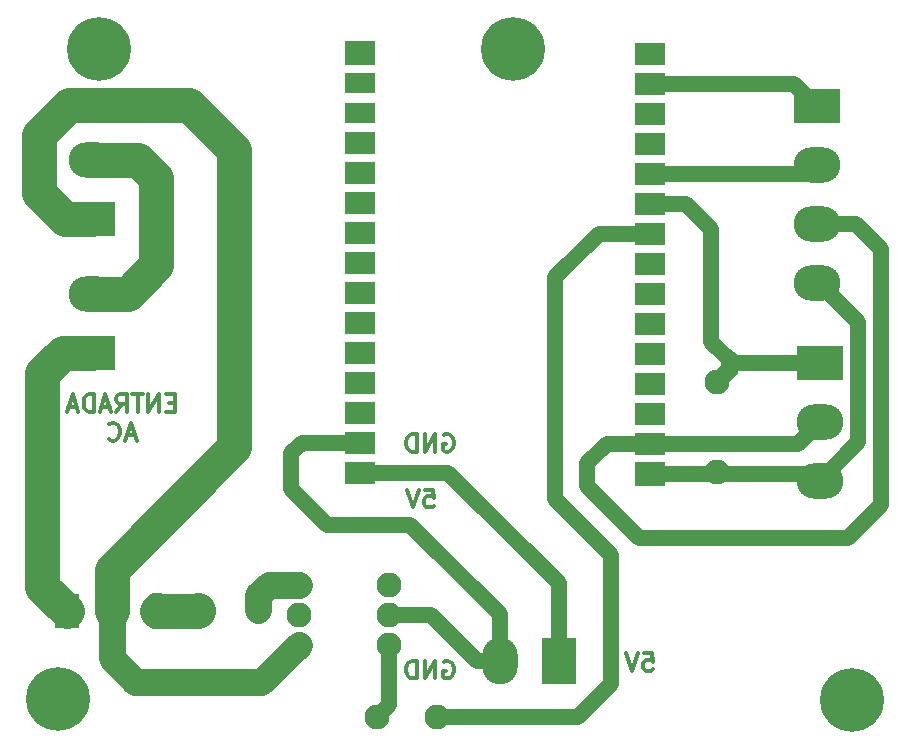
<source format=gbr>
%TF.GenerationSoftware,KiCad,Pcbnew,7.0.6*%
%TF.CreationDate,2023-09-01T15:44:30-05:00*%
%TF.ProjectId,basic_decoration_pcb,62617369-635f-4646-9563-6f726174696f,rev?*%
%TF.SameCoordinates,Original*%
%TF.FileFunction,Copper,L2,Bot*%
%TF.FilePolarity,Positive*%
%FSLAX46Y46*%
G04 Gerber Fmt 4.6, Leading zero omitted, Abs format (unit mm)*
G04 Created by KiCad (PCBNEW 7.0.6) date 2023-09-01 15:44:30*
%MOMM*%
%LPD*%
G01*
G04 APERTURE LIST*
%ADD10C,0.300000*%
%TA.AperFunction,NonConductor*%
%ADD11C,0.300000*%
%TD*%
%TA.AperFunction,ComponentPad*%
%ADD12R,3.960000X3.000000*%
%TD*%
%TA.AperFunction,ComponentPad*%
%ADD13O,3.960000X3.000000*%
%TD*%
%TA.AperFunction,ComponentPad*%
%ADD14C,2.125000*%
%TD*%
%TA.AperFunction,ComponentPad*%
%ADD15O,2.125000X2.125000*%
%TD*%
%TA.AperFunction,ComponentPad*%
%ADD16C,5.400000*%
%TD*%
%TA.AperFunction,ComponentPad*%
%ADD17R,2.540000X2.100000*%
%TD*%
%TA.AperFunction,ComponentPad*%
%ADD18R,2.540000X1.740000*%
%TD*%
%TA.AperFunction,ComponentPad*%
%ADD19R,2.540000X1.950000*%
%TD*%
%TA.AperFunction,ComponentPad*%
%ADD20R,2.540000X2.000000*%
%TD*%
%TA.AperFunction,ComponentPad*%
%ADD21R,2.125000X3.000000*%
%TD*%
%TA.AperFunction,ComponentPad*%
%ADD22O,2.125000X3.125000*%
%TD*%
%TA.AperFunction,ComponentPad*%
%ADD23R,3.000000X3.960000*%
%TD*%
%TA.AperFunction,ComponentPad*%
%ADD24O,3.000000X3.960000*%
%TD*%
%TA.AperFunction,Conductor*%
%ADD25C,1.333000*%
%TD*%
%TA.AperFunction,Conductor*%
%ADD26C,3.000000*%
%TD*%
%TA.AperFunction,Conductor*%
%ADD27C,1.500000*%
%TD*%
%TA.AperFunction,Conductor*%
%ADD28C,2.250000*%
%TD*%
G04 APERTURE END LIST*
D10*
D11*
X165627285Y-82505114D02*
X165127285Y-82505114D01*
X164912999Y-83290828D02*
X165627285Y-83290828D01*
X165627285Y-83290828D02*
X165627285Y-81790828D01*
X165627285Y-81790828D02*
X164912999Y-81790828D01*
X164270142Y-83290828D02*
X164270142Y-81790828D01*
X164270142Y-81790828D02*
X163412999Y-83290828D01*
X163412999Y-83290828D02*
X163412999Y-81790828D01*
X162912998Y-81790828D02*
X162055856Y-81790828D01*
X162484427Y-83290828D02*
X162484427Y-81790828D01*
X160698713Y-83290828D02*
X161198713Y-82576542D01*
X161555856Y-83290828D02*
X161555856Y-81790828D01*
X161555856Y-81790828D02*
X160984427Y-81790828D01*
X160984427Y-81790828D02*
X160841570Y-81862257D01*
X160841570Y-81862257D02*
X160770141Y-81933685D01*
X160770141Y-81933685D02*
X160698713Y-82076542D01*
X160698713Y-82076542D02*
X160698713Y-82290828D01*
X160698713Y-82290828D02*
X160770141Y-82433685D01*
X160770141Y-82433685D02*
X160841570Y-82505114D01*
X160841570Y-82505114D02*
X160984427Y-82576542D01*
X160984427Y-82576542D02*
X161555856Y-82576542D01*
X160127284Y-82862257D02*
X159412999Y-82862257D01*
X160270141Y-83290828D02*
X159770141Y-81790828D01*
X159770141Y-81790828D02*
X159270141Y-83290828D01*
X158770142Y-83290828D02*
X158770142Y-81790828D01*
X158770142Y-81790828D02*
X158412999Y-81790828D01*
X158412999Y-81790828D02*
X158198713Y-81862257D01*
X158198713Y-81862257D02*
X158055856Y-82005114D01*
X158055856Y-82005114D02*
X157984427Y-82147971D01*
X157984427Y-82147971D02*
X157912999Y-82433685D01*
X157912999Y-82433685D02*
X157912999Y-82647971D01*
X157912999Y-82647971D02*
X157984427Y-82933685D01*
X157984427Y-82933685D02*
X158055856Y-83076542D01*
X158055856Y-83076542D02*
X158198713Y-83219400D01*
X158198713Y-83219400D02*
X158412999Y-83290828D01*
X158412999Y-83290828D02*
X158770142Y-83290828D01*
X157341570Y-82862257D02*
X156627285Y-82862257D01*
X157484427Y-83290828D02*
X156984427Y-81790828D01*
X156984427Y-81790828D02*
X156484427Y-83290828D01*
X162270142Y-85277257D02*
X161555857Y-85277257D01*
X162412999Y-85705828D02*
X161912999Y-84205828D01*
X161912999Y-84205828D02*
X161412999Y-85705828D01*
X160055857Y-85562971D02*
X160127285Y-85634400D01*
X160127285Y-85634400D02*
X160341571Y-85705828D01*
X160341571Y-85705828D02*
X160484428Y-85705828D01*
X160484428Y-85705828D02*
X160698714Y-85634400D01*
X160698714Y-85634400D02*
X160841571Y-85491542D01*
X160841571Y-85491542D02*
X160913000Y-85348685D01*
X160913000Y-85348685D02*
X160984428Y-85062971D01*
X160984428Y-85062971D02*
X160984428Y-84848685D01*
X160984428Y-84848685D02*
X160913000Y-84562971D01*
X160913000Y-84562971D02*
X160841571Y-84420114D01*
X160841571Y-84420114D02*
X160698714Y-84277257D01*
X160698714Y-84277257D02*
X160484428Y-84205828D01*
X160484428Y-84205828D02*
X160341571Y-84205828D01*
X160341571Y-84205828D02*
X160127285Y-84277257D01*
X160127285Y-84277257D02*
X160055857Y-84348685D01*
D10*
D11*
X188397774Y-104417257D02*
X188540632Y-104345828D01*
X188540632Y-104345828D02*
X188754917Y-104345828D01*
X188754917Y-104345828D02*
X188969203Y-104417257D01*
X188969203Y-104417257D02*
X189112060Y-104560114D01*
X189112060Y-104560114D02*
X189183489Y-104702971D01*
X189183489Y-104702971D02*
X189254917Y-104988685D01*
X189254917Y-104988685D02*
X189254917Y-105202971D01*
X189254917Y-105202971D02*
X189183489Y-105488685D01*
X189183489Y-105488685D02*
X189112060Y-105631542D01*
X189112060Y-105631542D02*
X188969203Y-105774400D01*
X188969203Y-105774400D02*
X188754917Y-105845828D01*
X188754917Y-105845828D02*
X188612060Y-105845828D01*
X188612060Y-105845828D02*
X188397774Y-105774400D01*
X188397774Y-105774400D02*
X188326346Y-105702971D01*
X188326346Y-105702971D02*
X188326346Y-105202971D01*
X188326346Y-105202971D02*
X188612060Y-105202971D01*
X187683489Y-105845828D02*
X187683489Y-104345828D01*
X187683489Y-104345828D02*
X186826346Y-105845828D01*
X186826346Y-105845828D02*
X186826346Y-104345828D01*
X186112060Y-105845828D02*
X186112060Y-104345828D01*
X186112060Y-104345828D02*
X185754917Y-104345828D01*
X185754917Y-104345828D02*
X185540631Y-104417257D01*
X185540631Y-104417257D02*
X185397774Y-104560114D01*
X185397774Y-104560114D02*
X185326345Y-104702971D01*
X185326345Y-104702971D02*
X185254917Y-104988685D01*
X185254917Y-104988685D02*
X185254917Y-105202971D01*
X185254917Y-105202971D02*
X185326345Y-105488685D01*
X185326345Y-105488685D02*
X185397774Y-105631542D01*
X185397774Y-105631542D02*
X185540631Y-105774400D01*
X185540631Y-105774400D02*
X185754917Y-105845828D01*
X185754917Y-105845828D02*
X186112060Y-105845828D01*
D10*
D11*
X188397774Y-85240257D02*
X188540632Y-85168828D01*
X188540632Y-85168828D02*
X188754917Y-85168828D01*
X188754917Y-85168828D02*
X188969203Y-85240257D01*
X188969203Y-85240257D02*
X189112060Y-85383114D01*
X189112060Y-85383114D02*
X189183489Y-85525971D01*
X189183489Y-85525971D02*
X189254917Y-85811685D01*
X189254917Y-85811685D02*
X189254917Y-86025971D01*
X189254917Y-86025971D02*
X189183489Y-86311685D01*
X189183489Y-86311685D02*
X189112060Y-86454542D01*
X189112060Y-86454542D02*
X188969203Y-86597400D01*
X188969203Y-86597400D02*
X188754917Y-86668828D01*
X188754917Y-86668828D02*
X188612060Y-86668828D01*
X188612060Y-86668828D02*
X188397774Y-86597400D01*
X188397774Y-86597400D02*
X188326346Y-86525971D01*
X188326346Y-86525971D02*
X188326346Y-86025971D01*
X188326346Y-86025971D02*
X188612060Y-86025971D01*
X187683489Y-86668828D02*
X187683489Y-85168828D01*
X187683489Y-85168828D02*
X186826346Y-86668828D01*
X186826346Y-86668828D02*
X186826346Y-85168828D01*
X186112060Y-86668828D02*
X186112060Y-85168828D01*
X186112060Y-85168828D02*
X185754917Y-85168828D01*
X185754917Y-85168828D02*
X185540631Y-85240257D01*
X185540631Y-85240257D02*
X185397774Y-85383114D01*
X185397774Y-85383114D02*
X185326345Y-85525971D01*
X185326345Y-85525971D02*
X185254917Y-85811685D01*
X185254917Y-85811685D02*
X185254917Y-86025971D01*
X185254917Y-86025971D02*
X185326345Y-86311685D01*
X185326345Y-86311685D02*
X185397774Y-86454542D01*
X185397774Y-86454542D02*
X185540631Y-86597400D01*
X185540631Y-86597400D02*
X185754917Y-86668828D01*
X185754917Y-86668828D02*
X186112060Y-86668828D01*
D10*
D11*
X186818203Y-89867828D02*
X187532489Y-89867828D01*
X187532489Y-89867828D02*
X187603917Y-90582114D01*
X187603917Y-90582114D02*
X187532489Y-90510685D01*
X187532489Y-90510685D02*
X187389632Y-90439257D01*
X187389632Y-90439257D02*
X187032489Y-90439257D01*
X187032489Y-90439257D02*
X186889632Y-90510685D01*
X186889632Y-90510685D02*
X186818203Y-90582114D01*
X186818203Y-90582114D02*
X186746774Y-90724971D01*
X186746774Y-90724971D02*
X186746774Y-91082114D01*
X186746774Y-91082114D02*
X186818203Y-91224971D01*
X186818203Y-91224971D02*
X186889632Y-91296400D01*
X186889632Y-91296400D02*
X187032489Y-91367828D01*
X187032489Y-91367828D02*
X187389632Y-91367828D01*
X187389632Y-91367828D02*
X187532489Y-91296400D01*
X187532489Y-91296400D02*
X187603917Y-91224971D01*
X186318203Y-89867828D02*
X185818203Y-91367828D01*
X185818203Y-91367828D02*
X185318203Y-89867828D01*
D10*
D11*
X205360203Y-103710828D02*
X206074489Y-103710828D01*
X206074489Y-103710828D02*
X206145917Y-104425114D01*
X206145917Y-104425114D02*
X206074489Y-104353685D01*
X206074489Y-104353685D02*
X205931632Y-104282257D01*
X205931632Y-104282257D02*
X205574489Y-104282257D01*
X205574489Y-104282257D02*
X205431632Y-104353685D01*
X205431632Y-104353685D02*
X205360203Y-104425114D01*
X205360203Y-104425114D02*
X205288774Y-104567971D01*
X205288774Y-104567971D02*
X205288774Y-104925114D01*
X205288774Y-104925114D02*
X205360203Y-105067971D01*
X205360203Y-105067971D02*
X205431632Y-105139400D01*
X205431632Y-105139400D02*
X205574489Y-105210828D01*
X205574489Y-105210828D02*
X205931632Y-105210828D01*
X205931632Y-105210828D02*
X206074489Y-105139400D01*
X206074489Y-105139400D02*
X206145917Y-105067971D01*
X204860203Y-103710828D02*
X204360203Y-105210828D01*
X204360203Y-105210828D02*
X203860203Y-103710828D01*
D12*
%TO.P,Screen1,1,Pin_1*%
%TO.N,D22*%
X219979000Y-57390000D03*
D13*
%TO.P,Screen1,2,Pin_2*%
%TO.N,D21*%
X219979000Y-62390000D03*
%TO.P,Screen1,3,Pin_3*%
%TO.N,GND2*%
X219979000Y-67390000D03*
%TO.P,Screen1,4,Pin_4*%
%TO.N,3V3*%
X219979000Y-72390000D03*
%TD*%
D14*
%TO.P,R3,1*%
%TO.N,D19*%
X211582000Y-80772000D03*
D15*
%TO.P,R3,2*%
%TO.N,3V3*%
X211582000Y-88392000D03*
%TD*%
D12*
%TO.P,J3,1,Pin_1*%
%TO.N,D19*%
X220233000Y-79154000D03*
D13*
%TO.P,J3,2,Pin_2*%
%TO.N,GND2*%
X220233000Y-84154000D03*
%TO.P,J3,3,Pin_3*%
%TO.N,3V3*%
X220233000Y-89154000D03*
%TD*%
D16*
%TO.P,H1,1*%
%TO.N,N/C*%
X159258000Y-52578000D03*
%TD*%
%TO.P,H3,1*%
%TO.N,N/C*%
X223012000Y-107696000D03*
%TD*%
D17*
%TO.P,J_esp0,1,Pin_1*%
%TO.N,EN*%
X181344040Y-52865800D03*
D18*
%TO.P,J_esp0,2,Pin_2*%
%TO.N,VP*%
X181344040Y-55405800D03*
%TO.P,J_esp0,3,Pin_3*%
%TO.N,VN*%
X181344040Y-57945800D03*
D19*
%TO.P,J_esp0,4,Pin_4*%
%TO.N,D34*%
X181344040Y-60485800D03*
%TO.P,J_esp0,5,Pin_5*%
%TO.N,D35*%
X181344040Y-63025800D03*
%TO.P,J_esp0,6,Pin_6*%
%TO.N,D32*%
X181344040Y-65565800D03*
%TO.P,J_esp0,7,Pin_7*%
%TO.N,D33*%
X181344040Y-68105800D03*
%TO.P,J_esp0,8,Pin_8*%
%TO.N,D25*%
X181344040Y-70645800D03*
%TO.P,J_esp0,9,Pin_9*%
%TO.N,D26*%
X181344040Y-73185800D03*
%TO.P,J_esp0,10,Pin_10*%
%TO.N,D27*%
X181344040Y-75725800D03*
%TO.P,J_esp0,11,Pin_11*%
%TO.N,D14*%
X181344040Y-78265800D03*
%TO.P,J_esp0,12,Pin_12*%
%TO.N,D12*%
X181344040Y-80805800D03*
%TO.P,J_esp0,13,Pin_13*%
%TO.N,D13*%
X181344040Y-83345800D03*
%TO.P,J_esp0,14,Pin_14*%
%TO.N,GND5V*%
X181344040Y-85885800D03*
%TO.P,J_esp0,15,Pin_15*%
%TO.N,5v*%
X181344040Y-88425800D03*
%TD*%
D20*
%TO.P,J_esp1,1,Pin_1*%
%TO.N,3V3*%
X205884540Y-88504800D03*
D19*
%TO.P,J_esp1,2,Pin_2*%
%TO.N,GND2*%
X205884540Y-85964800D03*
%TO.P,J_esp1,3,Pin_3*%
%TO.N,D15*%
X205884540Y-83424800D03*
%TO.P,J_esp1,4,Pin_4*%
%TO.N,D2*%
X205884540Y-80884800D03*
%TO.P,J_esp1,5,Pin_5*%
%TO.N,D4*%
X205884540Y-78344800D03*
%TO.P,J_esp1,6,Pin_6*%
%TO.N,RX2*%
X205884540Y-75804800D03*
%TO.P,J_esp1,7,Pin_7*%
%TO.N,TX2*%
X205884540Y-73264800D03*
%TO.P,J_esp1,8,Pin_8*%
%TO.N,D5*%
X205884540Y-70724800D03*
%TO.P,J_esp1,9,Pin_9*%
%TO.N,D18*%
X205884540Y-68184800D03*
%TO.P,J_esp1,10,Pin_10*%
%TO.N,D19*%
X205884540Y-65644800D03*
%TO.P,J_esp1,11,Pin_11*%
%TO.N,D21*%
X205884540Y-63104800D03*
%TO.P,J_esp1,12,Pin_12*%
%TO.N,RX0*%
X205884540Y-60564800D03*
%TO.P,J_esp1,13,Pin_13*%
%TO.N,TX0*%
X205884540Y-58024800D03*
%TO.P,J_esp1,14,Pin_14*%
%TO.N,D22*%
X205884540Y-55484800D03*
%TO.P,J_esp1,15,Pin_15*%
%TO.N,D23*%
X205884540Y-52944800D03*
%TD*%
D16*
%TO.P,H2,1*%
%TO.N,N/C*%
X155788240Y-107569000D03*
%TD*%
%TO.P,H4,1*%
%TO.N,N/C*%
X194310000Y-52578000D03*
%TD*%
D21*
%TO.P,Q1,1,A1*%
%TO.N,AC1_IN*%
X156479000Y-100118250D03*
D22*
%TO.P,Q1,2,A2*%
%TO.N,Net-(J_AC_LOAD1-Pin_1)*%
X160289000Y-100118250D03*
%TO.P,Q1,3,G*%
%TO.N,Net-(Q1-G)*%
X164099000Y-100118250D03*
%TD*%
D23*
%TO.P,5V1,1,Pin_1*%
%TO.N,5v*%
X198135000Y-104394000D03*
D24*
%TO.P,5V1,2,Pin_2*%
%TO.N,GND5V*%
X193135000Y-104394000D03*
%TD*%
D14*
%TO.P,R2,1*%
%TO.N,Net-(R2-Pad1)*%
X172713750Y-100076000D03*
D15*
%TO.P,R2,2*%
%TO.N,Net-(Q1-G)*%
X167633750Y-100076000D03*
%TD*%
D14*
%TO.P,U1,1*%
%TO.N,Net-(R1-Pad2)*%
X183769000Y-102997000D03*
%TO.P,U1,2*%
%TO.N,GND5V*%
X183769000Y-100457000D03*
%TO.P,U1,3,NC*%
%TO.N,unconnected-(U1-NC-Pad3)*%
X183769000Y-97917000D03*
%TO.P,U1,4*%
%TO.N,Net-(R2-Pad1)*%
X176149000Y-97917000D03*
%TO.P,U1,5,NC*%
%TO.N,unconnected-(U1-NC-Pad5)*%
X176149000Y-100457000D03*
%TO.P,U1,6*%
%TO.N,Net-(J_AC_LOAD1-Pin_1)*%
X176149000Y-102997000D03*
%TD*%
%TO.P,R1,1*%
%TO.N,D18*%
X187826750Y-109093000D03*
D15*
%TO.P,R1,2*%
%TO.N,Net-(R1-Pad2)*%
X182746750Y-109093000D03*
%TD*%
D12*
%TO.P,J_AC_INPUT1,1,Pin_1*%
%TO.N,AC1_IN*%
X158623000Y-78279000D03*
D13*
%TO.P,J_AC_INPUT1,2,Pin_2*%
%TO.N,AC2_IN*%
X158623000Y-73279000D03*
%TD*%
D12*
%TO.P,J_AC_LOAD1,1,Pin_1*%
%TO.N,Net-(J_AC_LOAD1-Pin_1)*%
X158623000Y-66929000D03*
D13*
%TO.P,J_AC_LOAD1,2,Pin_2*%
%TO.N,AC2_IN*%
X158623000Y-61929000D03*
%TD*%
D25*
%TO.N,5v*%
X198135000Y-97805000D02*
X188755800Y-88425800D01*
X188755800Y-88425800D02*
X181344040Y-88425800D01*
X198135000Y-104394000D02*
X198135000Y-97805000D01*
%TO.N,GND5V*%
X187325000Y-100457000D02*
X183769000Y-100457000D01*
X178562000Y-92837000D02*
X175514000Y-89789000D01*
X176369200Y-85885800D02*
X181344040Y-85885800D01*
X175514000Y-86741000D02*
X176369200Y-85885800D01*
X191262000Y-104394000D02*
X187325000Y-100457000D01*
X193135000Y-104394000D02*
X191262000Y-104394000D01*
X175514000Y-89789000D02*
X175514000Y-86741000D01*
X193135000Y-104394000D02*
X193135000Y-100425000D01*
X193135000Y-100425000D02*
X185547000Y-92837000D01*
X185547000Y-92837000D02*
X178562000Y-92837000D01*
D26*
%TO.N,Net-(Q1-G)*%
X167591500Y-100118250D02*
X167633750Y-100076000D01*
X164099000Y-100118250D02*
X167591500Y-100118250D01*
D25*
%TO.N,D22*%
X219979000Y-57390000D02*
X218073800Y-55484800D01*
X218073800Y-55484800D02*
X205884540Y-55484800D01*
%TO.N,3V3*%
X220218000Y-72390000D02*
X223520000Y-75692000D01*
X205884540Y-88504800D02*
X219583800Y-88504800D01*
X219583800Y-88504800D02*
X220233000Y-89154000D01*
X219979000Y-72390000D02*
X220218000Y-72390000D01*
X223520000Y-85867000D02*
X220233000Y-89154000D01*
X223520000Y-75692000D02*
X223520000Y-85867000D01*
%TO.N,GND2*%
X205884540Y-85964800D02*
X218422200Y-85964800D01*
X225425000Y-69469000D02*
X223346000Y-67390000D01*
X223346000Y-67390000D02*
X219979000Y-67390000D01*
X202198200Y-85964800D02*
X200533000Y-87630000D01*
X200533000Y-89535000D02*
X204978000Y-93980000D01*
X204978000Y-93980000D02*
X222631000Y-93980000D01*
X222631000Y-93980000D02*
X225425000Y-91186000D01*
X218422200Y-85964800D02*
X220233000Y-84154000D01*
X225425000Y-91186000D02*
X225425000Y-69469000D01*
X205884540Y-85964800D02*
X202198200Y-85964800D01*
X200533000Y-87630000D02*
X200533000Y-89535000D01*
%TO.N,D18*%
X187826750Y-109093000D02*
X199771000Y-109093000D01*
X202565000Y-95377000D02*
X197866000Y-90678000D01*
X197866000Y-90678000D02*
X197866000Y-71882000D01*
X201549000Y-68199000D02*
X201563200Y-68184800D01*
X201563200Y-68184800D02*
X205884540Y-68184800D01*
X202565000Y-106299000D02*
X202565000Y-95377000D01*
X197866000Y-71882000D02*
X201563200Y-68184800D01*
X199771000Y-109093000D02*
X202565000Y-106299000D01*
%TO.N,D19*%
X211074000Y-77343000D02*
X212661500Y-78930500D01*
X212661500Y-78930500D02*
X212979000Y-79248000D01*
X213073000Y-79154000D02*
X220233000Y-79154000D01*
X212979000Y-79248000D02*
X213073000Y-79154000D01*
X211074000Y-67818000D02*
X211074000Y-77343000D01*
X208915000Y-65659000D02*
X211074000Y-67818000D01*
X207336740Y-65659000D02*
X208915000Y-65659000D01*
X207322540Y-65644800D02*
X207336740Y-65659000D01*
X205884540Y-65644800D02*
X207322540Y-65644800D01*
D27*
X212661500Y-79692500D02*
X212661500Y-78930500D01*
X211582000Y-80772000D02*
X212661500Y-79692500D01*
D25*
%TO.N,D21*%
X205884540Y-63104800D02*
X219264200Y-63104800D01*
X219264200Y-63104800D02*
X219979000Y-62390000D01*
%TO.N,Net-(R1-Pad2)*%
X183769000Y-102997000D02*
X183769000Y-108070750D01*
X183769000Y-108070750D02*
X182746750Y-109093000D01*
D28*
%TO.N,Net-(R2-Pad1)*%
X172713750Y-98812250D02*
X172713750Y-100076000D01*
X176149000Y-97917000D02*
X173609000Y-97917000D01*
X173609000Y-97917000D02*
X172713750Y-98812250D01*
D26*
%TO.N,AC1_IN*%
X154432000Y-98071250D02*
X156479000Y-100118250D01*
X158623000Y-78279000D02*
X156163000Y-78279000D01*
X156163000Y-78279000D02*
X154432000Y-80010000D01*
X154432000Y-80010000D02*
X154432000Y-98071250D01*
%TO.N,AC2_IN*%
X158623000Y-73279000D02*
X161671000Y-73279000D01*
X164084000Y-63500000D02*
X162513000Y-61929000D01*
X164084000Y-70866000D02*
X164084000Y-63500000D01*
X162513000Y-61929000D02*
X158623000Y-61929000D01*
X161671000Y-73279000D02*
X164084000Y-70866000D01*
%TO.N,Net-(J_AC_LOAD1-Pin_1)*%
X160289000Y-100118250D02*
X160289000Y-96632000D01*
D28*
X172974000Y-106172000D02*
X162306000Y-106172000D01*
D26*
X170688000Y-61087000D02*
X166878000Y-57277000D01*
D28*
X162306000Y-106172000D02*
X160289000Y-104155000D01*
X176149000Y-102997000D02*
X172974000Y-106172000D01*
D26*
X160289000Y-96632000D02*
X170688000Y-86233000D01*
X156337000Y-66929000D02*
X158623000Y-66929000D01*
D28*
X160289000Y-104155000D02*
X160289000Y-100118250D01*
D26*
X170688000Y-86233000D02*
X170688000Y-61087000D01*
X154178000Y-59817000D02*
X154178000Y-64770000D01*
X156718000Y-57277000D02*
X154178000Y-59817000D01*
X166878000Y-57277000D02*
X156718000Y-57277000D01*
X154178000Y-64770000D02*
X156337000Y-66929000D01*
%TD*%
M02*

</source>
